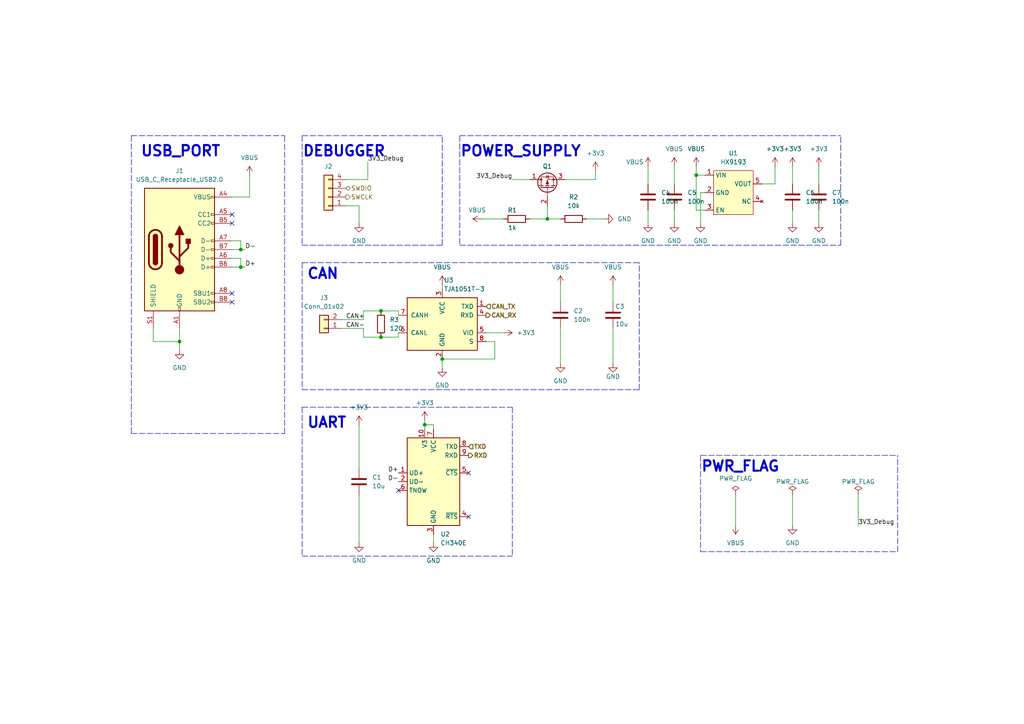
<source format=kicad_sch>
(kicad_sch (version 20211123) (generator eeschema)
  (paper "A4")
  (lib_symbols
    (symbol "Connector:USB_C_Receptacle_USB2.0" (pin_names (offset 1.016))
      (property "Reference" "J" (at -10.16 19.05 0))
      (property "Value" "USB_C_Receptacle_USB2.0" (at 19.05 19.05 0))
      (symbol "USB_C_Receptacle_USB2.0_0_0"
        (rectangle (start -0.254 -17.78) (end 0.254 -16.764))
        (rectangle (start 10.16 -14.986) (end 9.144 -15.494))
        (rectangle (start 10.16 -12.446) (end 9.144 -12.954))
        (rectangle (start 10.16 -4.826) (end 9.144 -5.334))
        (rectangle (start 10.16 -2.286) (end 9.144 -2.794))
        (rectangle (start 10.16 0.254) (end 9.144 -0.254))
        (rectangle (start 10.16 2.794) (end 9.144 2.286))
        (rectangle (start 10.16 7.874) (end 9.144 7.366))
        (rectangle (start 10.16 10.414) (end 9.144 9.906))
        (rectangle (start 10.16 15.494) (end 9.144 14.986))
      )
      (symbol "USB_C_Receptacle_USB2.0_0_1"
        (rectangle (start -10.16 17.78) (end 10.16 -17.78) (stroke (width 0.254)) (fill (type background)))
        (arc (start -8.89 -3.81) (mid -6.985 -5.715) (end -5.08 -3.81) (stroke (width 0.508)))
        (arc (start -7.62 -3.81) (mid -6.985 -4.445) (end -6.35 -3.81) (stroke (width 0.254)))
        (arc (start -7.62 -3.81) (mid -6.985 -4.445) (end -6.35 -3.81) (stroke (width 0.254)) (fill (type outline)))
        (rectangle (start -7.62 -3.81) (end -6.35 3.81) (stroke (width 0.254)) (fill (type outline)))
        (arc (start -6.35 3.81) (mid -6.985 4.445) (end -7.62 3.81) (stroke (width 0.254)))
        (arc (start -6.35 3.81) (mid -6.985 4.445) (end -7.62 3.81) (stroke (width 0.254)) (fill (type outline)))
        (arc (start -5.08 3.81) (mid -6.985 5.715) (end -8.89 3.81) (stroke (width 0.508)))
        (circle (center -2.54 1.143) (radius 0.635) (stroke (width 0.254)) (fill (type outline)))
        (circle (center 0 -5.842) (radius 1.27) (fill (type outline)))
        (polyline (pts (xy -8.89 -3.81) (xy -8.89 3.81)) (stroke (width 0.508)))
        (polyline (pts (xy -5.08 3.81) (xy -5.08 -3.81)) (stroke (width 0.508)))
        (polyline (pts (xy 0 -5.842) (xy 0 4.318)) (stroke (width 0.508)))
        (polyline (pts (xy 0 -3.302) (xy -2.54 -0.762) (xy -2.54 0.508)) (stroke (width 0.508)))
        (polyline (pts (xy 0 -2.032) (xy 2.54 0.508) (xy 2.54 1.778)) (stroke (width 0.508)))
        (polyline (pts (xy -1.27 4.318) (xy 0 6.858) (xy 1.27 4.318) (xy -1.27 4.318)) (stroke (width 0.254)) (fill (type outline)))
        (rectangle (start 1.905 1.778) (end 3.175 3.048) (stroke (width 0.254)) (fill (type outline)))
      )
      (symbol "USB_C_Receptacle_USB2.0_1_1"
        (pin passive line (at 0 -22.86 90) (length 5.08) (name "GND") (number "A1"))
        (pin passive line (at 0 -22.86 90) (length 5.08) hide (name "GND") (number "A12"))
        (pin passive line (at 15.24 15.24 180) (length 5.08) (name "VBUS") (number "A4"))
        (pin bidirectional line (at 15.24 10.16 180) (length 5.08) (name "CC1") (number "A5"))
        (pin bidirectional line (at 15.24 -2.54 180) (length 5.08) (name "D+") (number "A6"))
        (pin bidirectional line (at 15.24 2.54 180) (length 5.08) (name "D-") (number "A7"))
        (pin bidirectional line (at 15.24 -12.7 180) (length 5.08) (name "SBU1") (number "A8"))
        (pin passive line (at 15.24 15.24 180) (length 5.08) hide (name "VBUS") (number "A9"))
        (pin passive line (at 0 -22.86 90) (length 5.08) hide (name "GND") (number "B1"))
        (pin passive line (at 0 -22.86 90) (length 5.08) hide (name "GND") (number "B12"))
        (pin passive line (at 15.24 15.24 180) (length 5.08) hide (name "VBUS") (number "B4"))
        (pin bidirectional line (at 15.24 7.62 180) (length 5.08) (name "CC2") (number "B5"))
        (pin bidirectional line (at 15.24 -5.08 180) (length 5.08) (name "D+") (number "B6"))
        (pin bidirectional line (at 15.24 0 180) (length 5.08) (name "D-") (number "B7"))
        (pin bidirectional line (at 15.24 -15.24 180) (length 5.08) (name "SBU2") (number "B8"))
        (pin passive line (at 15.24 15.24 180) (length 5.08) hide (name "VBUS") (number "B9"))
        (pin passive line (at -7.62 -22.86 90) (length 5.08) (name "SHIELD") (number "S1"))
      )
    )
    (symbol "Connector_Generic:Conn_01x02" (pin_names (offset 1.016) hide)
      (property "Reference" "J" (at 0 2.54 0))
      (property "Value" "Conn_01x02" (at 0 -5.08 0))
      (symbol "Conn_01x02_1_1"
        (rectangle (start -1.27 -2.413) (end 0 -2.667) (stroke (width 0.1524)))
        (rectangle (start -1.27 0.127) (end 0 -0.127) (stroke (width 0.1524)))
        (rectangle (start -1.27 1.27) (end 1.27 -3.81) (stroke (width 0.254)) (fill (type background)))
        (pin passive line (at -5.08 0 0) (length 3.81) (name "Pin_1") (number "1"))
        (pin passive line (at -5.08 -2.54 0) (length 3.81) (name "Pin_2") (number "2"))
      )
    )
    (symbol "Connector_Generic:Conn_01x04" (pin_names (offset 1.016) hide)
      (property "Reference" "J" (at 0 5.08 0))
      (property "Value" "Conn_01x04" (at 0 -7.62 0))
      (symbol "Conn_01x04_1_1"
        (rectangle (start -1.27 -4.953) (end 0 -5.207) (stroke (width 0.1524)))
        (rectangle (start -1.27 -2.413) (end 0 -2.667) (stroke (width 0.1524)))
        (rectangle (start -1.27 0.127) (end 0 -0.127) (stroke (width 0.1524)))
        (rectangle (start -1.27 2.667) (end 0 2.413) (stroke (width 0.1524)))
        (rectangle (start -1.27 3.81) (end 1.27 -6.35) (stroke (width 0.254)) (fill (type background)))
        (pin passive line (at -5.08 2.54 0) (length 3.81) (name "Pin_1") (number "1"))
        (pin passive line (at -5.08 0 0) (length 3.81) (name "Pin_2") (number "2"))
        (pin passive line (at -5.08 -2.54 0) (length 3.81) (name "Pin_3") (number "3"))
        (pin passive line (at -5.08 -5.08 0) (length 3.81) (name "Pin_4") (number "4"))
      )
    )
    (symbol "Device:C" (pin_numbers hide) (pin_names (offset 0.254))
      (property "Reference" "C" (at 0.635 2.54 0))
      (property "Value" "C" (at 0.635 -2.54 0))
      (symbol "C_0_1"
        (polyline (pts (xy -2.032 -0.762) (xy 2.032 -0.762)) (stroke (width 0.508)))
        (polyline (pts (xy -2.032 0.762) (xy 2.032 0.762)) (stroke (width 0.508)))
      )
      (symbol "C_1_1"
        (pin passive line (at 0 3.81 270) (length 2.794) (name "~") (number "1"))
        (pin passive line (at 0 -3.81 90) (length 2.794) (name "~") (number "2"))
      )
    )
    (symbol "Device:Q_PMOS_DGS" (pin_names (offset 0) hide)
      (property "Reference" "Q" (at 5.08 1.27 0))
      (property "Value" "Q_PMOS_DGS" (at 5.08 -1.27 0))
      (symbol "Q_PMOS_DGS_0_1"
        (polyline (pts (xy 0.254 0) (xy -2.54 0)))
        (polyline (pts (xy 0.254 1.905) (xy 0.254 -1.905)) (stroke (width 0.254)))
        (polyline (pts (xy 0.762 -1.27) (xy 0.762 -2.286)) (stroke (width 0.254)))
        (polyline (pts (xy 0.762 0.508) (xy 0.762 -0.508)) (stroke (width 0.254)))
        (polyline (pts (xy 0.762 2.286) (xy 0.762 1.27)) (stroke (width 0.254)))
        (polyline (pts (xy 2.54 2.54) (xy 2.54 1.778)))
        (polyline (pts (xy 2.54 -2.54) (xy 2.54 0) (xy 0.762 0)))
        (polyline (pts (xy 0.762 1.778) (xy 3.302 1.778) (xy 3.302 -1.778) (xy 0.762 -1.778)))
        (polyline (pts (xy 2.286 0) (xy 1.27 0.381) (xy 1.27 -0.381) (xy 2.286 0)) (fill (type outline)))
        (polyline (pts (xy 2.794 -0.508) (xy 2.921 -0.381) (xy 3.683 -0.381) (xy 3.81 -0.254)))
        (polyline (pts (xy 3.302 -0.381) (xy 2.921 0.254) (xy 3.683 0.254) (xy 3.302 -0.381)))
        (circle (center 1.651 0) (radius 2.794) (stroke (width 0.254)))
        (circle (center 2.54 -1.778) (radius 0.254) (fill (type outline)))
        (circle (center 2.54 1.778) (radius 0.254) (fill (type outline)))
      )
      (symbol "Q_PMOS_DGS_1_1"
        (pin passive line (at 2.54 5.08 270) (length 2.54) (name "D") (number "1"))
        (pin input line (at -5.08 0 0) (length 2.54) (name "G") (number "2"))
        (pin passive line (at 2.54 -5.08 90) (length 2.54) (name "S") (number "3"))
      )
    )
    (symbol "Device:R" (pin_numbers hide) (pin_names (offset 0))
      (property "Reference" "R" (at 2.032 0 90))
      (property "Value" "R" (at 0 0 90))
      (symbol "R_0_1"
        (rectangle (start -1.016 -2.54) (end 1.016 2.54) (stroke (width 0.254)))
      )
      (symbol "R_1_1"
        (pin passive line (at 0 3.81 270) (length 1.27) (name "~") (number "1"))
        (pin passive line (at 0 -3.81 90) (length 1.27) (name "~") (number "2"))
      )
    )
    (symbol "Interface_CAN_LIN:TJA1051T-3" (pin_names (offset 1.016))
      (property "Reference" "U" (at -10.16 8.89 0))
      (property "Value" "TJA1051T-3" (at 1.27 8.89 0))
      (symbol "TJA1051T-3_0_1"
        (rectangle (start -10.16 7.62) (end 10.16 -7.62) (stroke (width 0.254)) (fill (type background)))
      )
      (symbol "TJA1051T-3_1_1"
        (pin input line (at -12.7 5.08 0) (length 2.54) (name "TXD") (number "1"))
        (pin power_in line (at 0 -10.16 90) (length 2.54) (name "GND") (number "2"))
        (pin power_in line (at 0 10.16 270) (length 2.54) (name "VCC") (number "3"))
        (pin output line (at -12.7 2.54 0) (length 2.54) (name "RXD") (number "4"))
        (pin power_in line (at -12.7 -2.54 0) (length 2.54) (name "VIO") (number "5"))
        (pin bidirectional line (at 12.7 -2.54 180) (length 2.54) (name "CANL") (number "6"))
        (pin bidirectional line (at 12.7 2.54 180) (length 2.54) (name "CANH") (number "7"))
        (pin input line (at -12.7 -5.08 0) (length 2.54) (name "S") (number "8"))
      )
    )
    (symbol "Interface_USB:CH340E"
      (property "Reference" "U" (at -5.08 13.97 0))
      (property "Value" "CH340E" (at 1.27 13.97 0))
      (symbol "CH340E_0_1"
        (rectangle (start -7.62 12.7) (end 7.62 -12.7) (stroke (width 0.254)) (fill (type background)))
      )
      (symbol "CH340E_1_1"
        (pin bidirectional line (at -10.16 2.54 0) (length 2.54) (name "UD+") (number "1"))
        (pin passive line (at -2.54 15.24 270) (length 2.54) (name "V3") (number "10"))
        (pin bidirectional line (at -10.16 0 0) (length 2.54) (name "UD-") (number "2"))
        (pin power_in line (at 0 -15.24 90) (length 2.54) (name "GND") (number "3"))
        (pin output line (at 10.16 -10.16 180) (length 2.54) (name "~{RTS}") (number "4"))
        (pin input line (at 10.16 2.54 180) (length 2.54) (name "~{CTS}") (number "5"))
        (pin output line (at -10.16 -2.54 0) (length 2.54) (name "TNOW") (number "6"))
        (pin power_in line (at 0 15.24 270) (length 2.54) (name "VCC") (number "7"))
        (pin output line (at 10.16 10.16 180) (length 2.54) (name "TXD") (number "8"))
        (pin input line (at 10.16 7.62 180) (length 2.54) (name "RXD") (number "9"))
      )
    )
    (symbol "power:+3V3" (power) (pin_names (offset 0))
      (property "Value" "+3V3" (at 0 3.556 0))
      (symbol "+3V3_0_1"
        (polyline (pts (xy -0.762 1.27) (xy 0 2.54)))
        (polyline (pts (xy 0 0) (xy 0 2.54)))
        (polyline (pts (xy 0 2.54) (xy 0.762 1.27)))
      )
      (symbol "+3V3_1_1"
        (pin power_in line (at 0 0 90) (length 0) hide (name "+3V3") (number "1"))
      )
    )
    (symbol "power:GND" (power) (pin_names (offset 0))
      (property "Value" "GND" (at 0 -3.81 0))
      (symbol "GND_0_1"
        (polyline (pts (xy 0 0) (xy 0 -1.27) (xy 1.27 -1.27) (xy 0 -2.54) (xy -1.27 -1.27) (xy 0 -1.27)))
      )
      (symbol "GND_1_1"
        (pin power_in line (at 0 0 270) (length 0) hide (name "GND") (number "1"))
      )
    )
    (symbol "power:PWR_FLAG" (power) (pin_numbers hide) (pin_names (offset 0) hide)
      (property "Value" "PWR_FLAG" (at 0 3.81 0))
      (symbol "PWR_FLAG_0_0"
        (pin power_out line (at 0 0 90) (length 0) (name "pwr") (number "1"))
      )
      (symbol "PWR_FLAG_0_1"
        (polyline (pts (xy 0 0) (xy 0 1.27) (xy -1.016 1.905) (xy 0 2.54) (xy 1.016 1.905) (xy 0 1.27)))
      )
    )
    (symbol "power:VBUS" (power) (pin_names (offset 0))
      (property "Value" "VBUS" (at 0 3.81 0))
      (symbol "VBUS_0_1"
        (polyline (pts (xy -0.762 1.27) (xy 0 2.54)))
        (polyline (pts (xy 0 0) (xy 0 2.54)))
        (polyline (pts (xy 0 2.54) (xy 0.762 1.27)))
      )
      (symbol "VBUS_1_1"
        (pin power_in line (at 0 0 90) (length 0) hide (name "VBUS") (number "1"))
      )
    )
    (symbol "symbols:HX9193"
      (property "Reference" "U" (at -5.08 7.62 0))
      (property "Value" "HX9193" (at 6.35 7.62 0))
      (symbol "HX9193_0_1"
        (rectangle (start -6.35 6.35) (end 5.08 -6.35) (fill (type background)))
      )
      (symbol "HX9193_1_1"
        (pin power_in line (at -8.89 5.08 0) (length 2.54) (name "VIN") (number "1"))
        (pin passive line (at -8.89 0 0) (length 2.54) (name "GND") (number "2"))
        (pin input line (at -8.89 -5.08 0) (length 2.54) (name "EN") (number "3"))
        (pin no_connect line (at 7.62 -2.54 180) (length 2.54) (name "NC") (number "4"))
        (pin power_out line (at 7.62 2.54 180) (length 2.54) (name "VOUT") (number "5"))
      )
    )
  )
  (junction (at 110.49 90.17))
  (junction (at 69.85 72.39))
  (junction (at 52.07 99.06))
  (junction (at 110.49 97.79))
  (junction (at 158.75 63.5))
  (junction (at 128.27 104.14))
  (junction (at 123.19 123.19))
  (junction (at 69.85 77.47))
  (junction (at 201.93 50.8))
  (no_connect (at 115.57 142.24))
  (no_connect (at 67.31 62.23))
  (no_connect (at 67.31 64.77))
  (no_connect (at 135.89 137.16))
  (no_connect (at 135.89 149.86))
  (no_connect (at 67.31 85.09))
  (no_connect (at 67.31 87.63))
  (wire (pts (xy 69.85 77.47) (xy 71.12 77.47)))
  (wire (pts (xy 213.36 143.51) (xy 213.36 152.4)))
  (polyline (pts (xy 133.35 71.12) (xy 243.84 71.12)))
  (polyline (pts (xy 87.63 118.11) (xy 87.63 161.29)))
  (wire (pts (xy 195.58 60.96) (xy 195.58 64.77)))
  (wire (pts (xy 220.98 53.34) (xy 224.79 53.34)))
  (wire (pts (xy 172.72 49.53) (xy 172.72 52.07)))
  (wire (pts (xy 123.19 121.92) (xy 123.19 123.19)))
  (wire (pts (xy 229.87 60.96) (xy 229.87 64.77)))
  (wire (pts (xy 148.59 52.07) (xy 153.67 52.07)))
  (wire (pts (xy 229.87 143.51) (xy 229.87 152.4)))
  (polyline (pts (xy 87.63 118.11) (xy 148.59 118.11)))
  (polyline (pts (xy 203.2 132.08) (xy 260.35 132.08)))
  (polyline (pts (xy 133.35 39.37) (xy 243.84 39.37)))
  (wire (pts (xy 105.41 90.17) (xy 110.49 90.17)))
  (wire (pts (xy 128.27 82.55) (xy 128.27 83.82)))
  (wire (pts (xy 201.93 48.26) (xy 201.93 50.8)))
  (polyline (pts (xy 87.63 76.2) (xy 185.42 76.2)))
  (wire (pts (xy 67.31 57.15) (xy 72.39 57.15)))
  (wire (pts (xy 72.39 57.15) (xy 72.39 50.8)))
  (wire (pts (xy 172.72 52.07) (xy 163.83 52.07)))
  (polyline (pts (xy 128.27 71.12) (xy 128.27 39.37)))
  (wire (pts (xy 229.87 48.26) (xy 229.87 53.34)))
  (wire (pts (xy 158.75 63.5) (xy 162.56 63.5)))
  (wire (pts (xy 248.92 143.51) (xy 248.92 152.4)))
  (wire (pts (xy 143.51 104.14) (xy 143.51 99.06)))
  (wire (pts (xy 104.14 59.69) (xy 104.14 64.77)))
  (polyline (pts (xy 38.1 39.37) (xy 82.55 39.37)))
  (wire (pts (xy 140.97 96.52) (xy 146.05 96.52)))
  (wire (pts (xy 143.51 99.06) (xy 140.97 99.06)))
  (polyline (pts (xy 148.59 118.11) (xy 148.59 161.29)))
  (polyline (pts (xy 87.63 39.37) (xy 128.27 39.37)))
  (wire (pts (xy 177.8 82.55) (xy 177.8 87.63)))
  (wire (pts (xy 52.07 99.06) (xy 52.07 101.6)))
  (wire (pts (xy 67.31 77.47) (xy 69.85 77.47)))
  (wire (pts (xy 100.33 52.07) (xy 106.68 52.07)))
  (wire (pts (xy 99.06 92.71) (xy 105.41 92.71)))
  (wire (pts (xy 204.47 50.8) (xy 201.93 50.8)))
  (wire (pts (xy 52.07 95.25) (xy 52.07 99.06)))
  (wire (pts (xy 69.85 72.39) (xy 71.12 72.39)))
  (wire (pts (xy 203.2 55.88) (xy 203.2 64.77)))
  (wire (pts (xy 123.19 123.19) (xy 125.73 123.19)))
  (wire (pts (xy 237.49 60.96) (xy 237.49 64.77)))
  (polyline (pts (xy 38.1 39.37) (xy 38.1 125.73)))
  (wire (pts (xy 105.41 97.79) (xy 110.49 97.79)))
  (polyline (pts (xy 260.35 160.02) (xy 260.35 132.08)))
  (polyline (pts (xy 185.42 113.03) (xy 185.42 76.2)))
  (polyline (pts (xy 87.63 39.37) (xy 87.63 71.12)))
  (wire (pts (xy 128.27 104.14) (xy 128.27 106.68)))
  (wire (pts (xy 224.79 53.34) (xy 224.79 48.26)))
  (wire (pts (xy 139.7 63.5) (xy 146.05 63.5)))
  (wire (pts (xy 115.57 97.79) (xy 115.57 96.52)))
  (polyline (pts (xy 133.35 39.37) (xy 133.35 71.12)))
  (wire (pts (xy 123.19 123.19) (xy 123.19 124.46)))
  (wire (pts (xy 237.49 48.26) (xy 237.49 53.34)))
  (wire (pts (xy 110.49 97.79) (xy 115.57 97.79)))
  (wire (pts (xy 201.93 50.8) (xy 201.93 60.96)))
  (polyline (pts (xy 87.63 76.2) (xy 87.63 113.03)))
  (wire (pts (xy 67.31 74.93) (xy 69.85 74.93)))
  (polyline (pts (xy 38.1 125.73) (xy 82.55 125.73)))
  (wire (pts (xy 69.85 69.85) (xy 69.85 72.39)))
  (wire (pts (xy 106.68 52.07) (xy 106.68 46.99)))
  (wire (pts (xy 99.06 95.25) (xy 105.41 95.25)))
  (wire (pts (xy 187.96 60.96) (xy 187.96 64.77)))
  (wire (pts (xy 105.41 92.71) (xy 105.41 90.17)))
  (wire (pts (xy 204.47 55.88) (xy 203.2 55.88)))
  (wire (pts (xy 158.75 59.69) (xy 158.75 63.5)))
  (polyline (pts (xy 87.63 161.29) (xy 148.59 161.29)))
  (wire (pts (xy 69.85 72.39) (xy 67.31 72.39)))
  (wire (pts (xy 100.33 59.69) (xy 104.14 59.69)))
  (wire (pts (xy 125.73 123.19) (xy 125.73 124.46)))
  (wire (pts (xy 44.45 95.25) (xy 44.45 99.06)))
  (wire (pts (xy 153.67 63.5) (xy 158.75 63.5)))
  (wire (pts (xy 44.45 99.06) (xy 52.07 99.06)))
  (polyline (pts (xy 203.2 132.08) (xy 203.2 160.02)))
  (wire (pts (xy 177.8 95.25) (xy 177.8 105.41)))
  (wire (pts (xy 162.56 95.25) (xy 162.56 105.41)))
  (wire (pts (xy 170.18 63.5) (xy 175.26 63.5)))
  (wire (pts (xy 115.57 90.17) (xy 115.57 91.44)))
  (wire (pts (xy 104.14 123.19) (xy 104.14 135.89)))
  (polyline (pts (xy 87.63 71.12) (xy 128.27 71.12)))
  (wire (pts (xy 128.27 104.14) (xy 143.51 104.14)))
  (wire (pts (xy 110.49 90.17) (xy 115.57 90.17)))
  (polyline (pts (xy 82.55 125.73) (xy 82.55 39.37)))
  (wire (pts (xy 187.96 48.26) (xy 187.96 53.34)))
  (wire (pts (xy 162.56 82.55) (xy 162.56 87.63)))
  (wire (pts (xy 69.85 74.93) (xy 69.85 77.47)))
  (wire (pts (xy 67.31 69.85) (xy 69.85 69.85)))
  (polyline (pts (xy 203.2 160.02) (xy 260.35 160.02)))
  (wire (pts (xy 104.14 143.51) (xy 104.14 157.48)))
  (wire (pts (xy 125.73 154.94) (xy 125.73 157.48)))
  (polyline (pts (xy 243.84 71.12) (xy 243.84 39.37)))
  (wire (pts (xy 195.58 48.26) (xy 195.58 53.34)))
  (wire (pts (xy 201.93 60.96) (xy 204.47 60.96)))
  (polyline (pts (xy 87.63 113.03) (xy 185.42 113.03)))
  (wire (pts (xy 105.41 95.25) (xy 105.41 97.79)))
  (text "PWR_FLAG" (at 203.2 137.16 0) (effects (font (size 3 3) bold) (justify left bottom)))
  (text "UART" (at 88.9 124.46 0) (effects (font (size 3 3) bold) (justify left bottom)))
  (text "POWER_SUPPLY" (at 133.35 45.72 0) (effects (font (size 3 3) bold) (justify left bottom)))
  (text "CAN\n" (at 88.9 81.28 0) (effects (font (size 3 3) bold) (justify left bottom)))
  (text "DEBUGGER\n" (at 87.63 45.72 0) (effects (font (size 3 3) (thickness 0.6) bold) (justify left bottom)))
  (text "USB_PORT" (at 40.64 45.72 0) (effects (font (size 3 3) bold) (justify left bottom)))
  (label "D+" (at 115.57 137.16 180))
  (label "D-" (at 71.12 72.39 0))
  (label "D-" (at 115.57 139.7 180))
  (label "CAN-" (at 100.33 95.25 0))
  (label "CAN+" (at 100.33 92.71 0))
  (label "3V3_Debug" (at 248.92 152.4 0))
  (label "3V3_Debug" (at 148.59 52.07 180))
  (label "D+" (at 71.12 77.47 0))
  (label "3V3_Debug" (at 106.68 46.99 0))
  (hierarchical_label "SWDIO" (shape bidirectional) (at 100.33 54.61 0))
  (hierarchical_label "SWCLK" (shape output) (at 100.33 57.15 0))
  (hierarchical_label "TXD" (shape input) (at 135.89 129.54 0) (effects (font bold)))
  (hierarchical_label "CAN_RX" (shape output) (at 140.97 91.44 0) (effects (font bold)))
  (hierarchical_label "CAN_TX" (shape input) (at 140.97 88.9 0) (effects (font bold)))
  (hierarchical_label "RXD" (shape output) (at 135.89 132.08 0) (effects (font bold)))
  (symbol (lib_id "power:GND") (at 128.27 106.68 0) (unit 1)
    (property "Reference" "#PWR09" (effects hide))
    (property "Value" "GND" (at 128.27 111.76 0))
  )
  (symbol (lib_id "power:GND") (at 177.8 105.41 0) (unit 1)
    (property "Reference" "#PWR017" (effects hide))
    (property "Value" "GND" (at 177.8 109.22 0))
  )
  (symbol (lib_id "power:GND") (at 104.14 157.48 0) (unit 1)
    (property "Reference" "#PWR05" (effects hide))
    (property "Value" "GND" (at 104.14 162.56 0))
  )
  (symbol (lib_id "power:PWR_FLAG") (at 213.36 143.51 0) (unit 1)
    (property "Reference" "#FLG01" (effects hide))
    (property "Value" "PWR_FLAG" (at 213.36 138.7789 0))
  )
  (symbol (lib_id "power:GND") (at 203.2 64.77 0) (unit 1)
    (property "Reference" "#PWR023" (effects hide))
    (property "Value" "GND" (at 203.2 69.85 0))
  )
  (symbol (lib_id "power:PWR_FLAG") (at 248.92 143.51 0) (unit 1)
    (property "Reference" "#FLG03" (effects hide))
    (property "Value" "PWR_FLAG" (at 248.92 139.7 0))
  )
  (symbol (lib_id "power:VBUS") (at 139.7 63.5 90) (unit 1)
    (property "Reference" "#PWR010" (effects hide))
    (property "Value" "VBUS" (at 140.97 60.96 90) (effects (justify left)))
  )
  (symbol (lib_id "Connector_Generic:Conn_01x04") (at 95.25 57.15 180) (unit 1)
    (property "Reference" "J2" (at 95.25 48.26 0))
    (property "Value" "Conn_01x04" (effects hide))
    (property "Footprint" "Connector_PinHeader_2.54mm:PinHeader_1x04_P2.54mm_Vertical" (effects hide))
  )
  (symbol (lib_id "Connector:USB_C_Receptacle_USB2.0") (at 52.07 72.39 0) (unit 1)
    (property "Reference" "J1" (at 52.07 49.53 0))
    (property "Value" "USB_C_Receptacle_USB2.0" (at 52.07 52.07 0))
    (property "Footprint" "Connector_USB:USB_C_Receptacle_Palconn_UTC16-G" (effects hide))
    (property "Datasheet" "https://www.usb.org/sites/default/files/documents/usb_type-c.zip" (effects hide))
  )
  (symbol (lib_id "power:GND") (at 195.58 64.77 0) (unit 1)
    (property "Reference" "#PWR021" (effects hide))
    (property "Value" "GND" (at 195.58 69.85 0))
  )
  (symbol (lib_id "Device:R") (at 166.37 63.5 90) (unit 1)
    (property "Reference" "R2" (at 166.37 57.15 90))
    (property "Value" "10k" (at 166.37 59.69 90))
    (property "Footprint" "Resistor_SMD:R_0603_1608Metric" (effects hide))
  )
  (symbol (lib_id "Device:C") (at 195.58 57.15 0) (unit 1)
    (property "Reference" "C5" (at 199.39 55.8799 0) (effects (justify left)))
    (property "Value" "100n" (at 199.39 58.4199 0) (effects (justify left)))
    (property "Footprint" "C_0603_1608Metric" (effects hide))
  )
  (symbol (lib_id "power:+3V3") (at 123.19 121.92 0) (unit 1)
    (property "Reference" "#PWR06" (effects hide))
    (property "Value" "+3V3" (at 123.19 116.84 0))
  )
  (symbol (lib_id "power:+3V3") (at 104.14 123.19 0) (unit 1)
    (property "Reference" "#PWR04" (effects hide))
    (property "Value" "+3V3" (at 104.14 118.11 0))
  )
  (symbol (lib_id "Device:C") (at 162.56 91.44 0) (unit 1)
    (property "Reference" "C2" (at 166.37 90.1699 0) (effects (justify left)))
    (property "Value" "100n" (at 166.37 92.7099 0) (effects (justify left)))
    (property "Footprint" "C_0603_1608Metric" (effects hide))
  )
  (symbol (lib_id "power:+3V3") (at 229.87 48.26 0) (unit 1)
    (property "Reference" "#PWR026" (effects hide))
    (property "Value" "+3V3" (at 229.87 43.18 0))
  )
  (symbol (lib_id "Device:C") (at 104.14 139.7 0) (unit 1)
    (property "Reference" "C1" (at 107.95 138.4299 0) (effects (justify left)))
    (property "Value" "10u" (at 107.95 140.9699 0) (effects (justify left)))
    (property "Footprint" "C_0603_1608Metric" (effects hide))
  )
  (symbol (lib_id "Connector_Generic:Conn_01x02") (at 93.98 95.25 180) (unit 1)
    (property "Reference" "J3" (at 93.98 86.36 0))
    (property "Value" "Conn_01x02" (at 93.98 88.9 0))
    (property "Footprint" "Connector_JST:JST_GH_SM02B-GHS-TB_1x02-1MP_P1.25mm_Horizontal" (effects hide))
  )
  (symbol (lib_id "Device:C") (at 229.87 57.15 0) (unit 1)
    (property "Reference" "C6" (at 233.68 55.8799 0) (effects (justify left)))
    (property "Value" "100n" (at 233.68 58.4199 0) (effects (justify left)))
    (property "Footprint" "C_0603_1608Metric" (effects hide))
  )
  (symbol (lib_id "Device:R") (at 110.49 93.98 0) (unit 1)
    (property "Reference" "R3" (at 113.03 92.7099 0) (effects (justify left)))
    (property "Value" "120" (at 113.03 95.2499 0) (effects (justify left)))
    (property "Footprint" "Resistor_SMD:R_0603_1608Metric" (effects hide))
  )
  (symbol (lib_id "Interface_CAN_LIN:TJA1051T-3") (at 128.27 93.98 0) (mirror y) (unit 1)
    (property "Reference" "U3" (at 128.7906 81.28 0) (effects (justify right)))
    (property "Value" "TJA1051T-3" (at 128.7906 83.82 0) (effects (justify right)))
    (property "Footprint" "Package_SO:SOIC-8_3.9x4.9mm_P1.27mm" (effects hide))
    (property "Datasheet" "http://www.nxp.com/documents/data_sheet/TJA1051.pdf" (effects hide))
  )
  (symbol (lib_id "power:VBUS") (at 72.39 50.8 0) (unit 1)
    (property "Reference" "#PWR02" (effects hide))
    (property "Value" "VBUS" (at 72.39 45.72 0))
  )
  (symbol (lib_id "power:GND") (at 187.96 64.77 0) (unit 1)
    (property "Reference" "#PWR019" (effects hide))
    (property "Value" "GND" (at 187.96 69.85 0))
  )
  (symbol (lib_id "power:GND") (at 52.07 101.6 0) (unit 1)
    (property "Reference" "#PWR01" (effects hide))
    (property "Value" "GND" (at 52.07 106.68 0))
  )
  (symbol (lib_id "Device:C") (at 187.96 57.15 0) (unit 1)
    (property "Reference" "C4" (at 191.77 55.8799 0) (effects (justify left)))
    (property "Value" "100n" (at 191.77 58.4199 0) (effects (justify left)))
    (property "Footprint" "C_0603_1608Metric" (effects hide))
  )
  (symbol (lib_id "power:+3V3") (at 224.79 48.26 0) (unit 1)
    (property "Reference" "#PWR025" (effects hide))
    (property "Value" "+3V3" (at 224.79 43.18 0))
  )
  (symbol (lib_id "power:VBUS") (at 201.93 48.26 0) (unit 1)
    (property "Reference" "#PWR022" (effects hide))
    (property "Value" "VBUS" (at 201.93 43.18 0))
  )
  (symbol (lib_id "power:GND") (at 125.73 157.48 0) (unit 1)
    (property "Reference" "#PWR07" (effects hide))
    (property "Value" "GND" (at 125.73 162.56 0))
  )
  (symbol (lib_id "power:GND") (at 237.49 64.77 0) (unit 1)
    (property "Reference" "#PWR030" (effects hide))
    (property "Value" "GND" (at 237.49 69.85 0))
  )
  (symbol (lib_id "power:+3V3") (at 172.72 49.53 0) (unit 1)
    (property "Reference" "#PWR014" (effects hide))
    (property "Value" "+3V3" (at 172.72 44.45 0))
  )
  (symbol (lib_id "power:VBUS") (at 213.36 152.4 180) (unit 1)
    (property "Reference" "#PWR024" (effects hide))
    (property "Value" "VBUS" (at 213.36 157.48 0))
  )
  (symbol (lib_id "power:VBUS") (at 195.58 48.26 0) (unit 1)
    (property "Reference" "#PWR020" (effects hide))
    (property "Value" "VBUS" (at 195.58 43.18 0))
  )
  (symbol (lib_id "power:+3V3") (at 146.05 96.52 270) (unit 1)
    (property "Reference" "#PWR011" (effects hide))
    (property "Value" "+3V3" (at 149.86 96.5199 90) (effects (justify left)))
  )
  (symbol (lib_id "power:PWR_FLAG") (at 229.87 143.51 0) (unit 1)
    (property "Reference" "#FLG02" (effects hide))
    (property "Value" "PWR_FLAG" (at 229.87 139.7 0))
  )
  (symbol (lib_id "Device:R") (at 149.86 63.5 90) (unit 1)
    (property "Reference" "R1" (at 148.59 60.96 90))
    (property "Value" "1k" (at 148.59 66.04 90))
    (property "Footprint" "Resistor_SMD:R_0603_1608Metric" (effects hide))
  )
  (symbol (lib_id "power:VBUS") (at 187.96 48.26 0) (unit 1)
    (property "Reference" "#PWR018" (effects hide))
    (property "Value" "VBUS" (at 184.15 46.99 0))
  )
  (symbol (lib_id "power:VBUS") (at 128.27 82.55 0) (unit 1)
    (property "Reference" "#PWR08" (effects hide))
    (property "Value" "VBUS" (at 128.27 77.47 0))
  )
  (symbol (lib_id "Device:C") (at 237.49 57.15 0) (unit 1)
    (property "Reference" "C7" (at 241.3 55.8799 0) (effects (justify left)))
    (property "Value" "100n" (at 241.3 58.4199 0) (effects (justify left)))
    (property "Footprint" "C_0603_1608Metric" (effects hide))
  )
  (symbol (lib_id "power:GND") (at 175.26 63.5 90) (unit 1)
    (property "Reference" "#PWR015" (effects hide))
    (property "Value" "GND" (at 179.07 63.4999 90) (effects (justify right)))
  )
  (symbol (lib_id "power:VBUS") (at 177.8 82.55 0) (unit 1)
    (property "Reference" "#PWR016" (effects hide))
    (property "Value" "VBUS" (at 177.8 77.47 0))
  )
  (symbol (lib_id "power:GND") (at 104.14 64.77 0) (unit 1)
    (property "Reference" "#PWR03" (effects hide))
    (property "Value" "GND" (at 104.14 69.85 0))
  )
  (symbol (lib_id "power:+3V3") (at 237.49 48.26 0) (unit 1)
    (property "Reference" "#PWR029" (effects hide))
    (property "Value" "+3V3" (at 237.49 43.18 0))
  )
  (symbol (lib_id "Interface_USB:CH340E") (at 125.73 139.7 0) (unit 1)
    (property "Reference" "U2" (at 127.7494 154.94 0) (effects (justify left)))
    (property "Value" "CH340E" (at 127.7494 157.48 0) (effects (justify left)))
    (property "Footprint" "Package_SO:MSOP-10_3x3mm_P0.5mm" (effects hide))
    (property "Datasheet" "https://www.mpja.com/download/35227cpdata.pdf" (effects hide))
  )
  (symbol (lib_id "power:VBUS") (at 162.56 82.55 0) (unit 1)
    (property "Reference" "#PWR012" (effects hide))
    (property "Value" "VBUS" (at 162.56 77.47 0))
  )
  (symbol (lib_id "power:GND") (at 229.87 152.4 0) (unit 1)
    (property "Reference" "#PWR0101" (effects hide))
    (property "Value" "GND" (at 229.87 157.48 0))
  )
  (symbol (lib_id "symbols:HX9193") (at 213.36 55.88 0) (unit 1)
    (property "Reference" "U1" (at 212.725 44.45 0))
    (property "Value" "HX9193" (at 212.725 46.99 0))
    (property "Footprint" "Package_TO_SOT_SMD:SOT-23-5_HandSoldering" (effects hide))
    (property "Datasheet" "https://item.szlcsc.com/280543.html" (effects hide))
  )
  (symbol (lib_id "power:GND") (at 162.56 105.41 0) (unit 1)
    (property "Reference" "#PWR013" (effects hide))
    (property "Value" "GND" (at 162.56 110.49 0))
  )
  (symbol (lib_id "power:GND") (at 229.87 64.77 0) (unit 1)
    (property "Reference" "#PWR027" (effects hide))
    (property "Value" "GND" (at 229.87 69.85 0))
  )
  (symbol (lib_id "Device:C") (at 177.8 91.44 0) (unit 1)
    (property "Reference" "C3" (at 178.435 88.9 0) (effects (justify left)))
    (property "Value" "10u" (at 178.435 93.98 0) (effects (justify left)))
    (property "Footprint" "C_0603_1608Metric" (effects hide))
  )
  (symbol (lib_id "Device:Q_PMOS_DGS") (at 158.75 54.61 90) (unit 1)
    (property "Reference" "Q1" (at 158.75 48.26 90))
    (property "Value" "Q_PMOS_DGS" (effects hide))
  )
)
</source>
